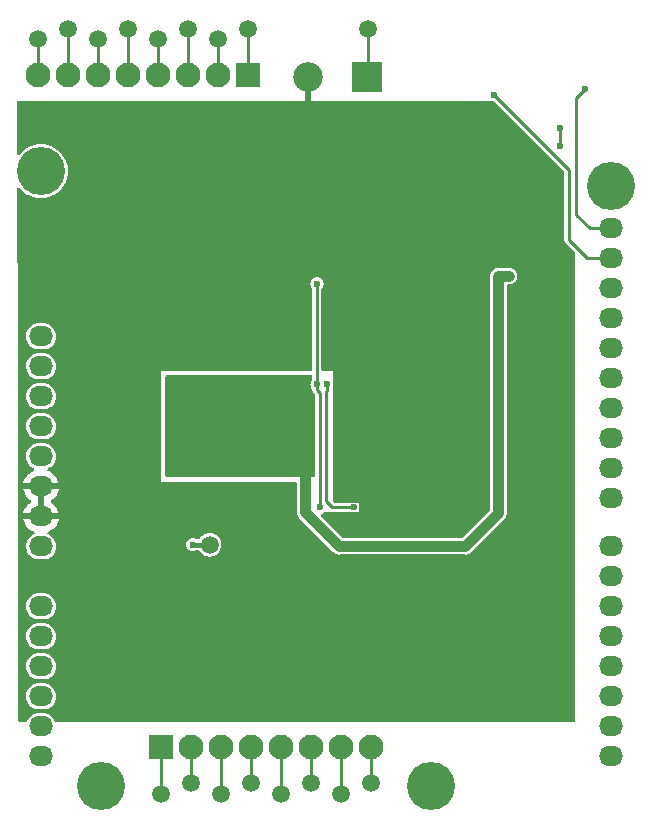
<source format=gbl>
G04 #@! TF.GenerationSoftware,KiCad,Pcbnew,6.0.2+dfsg-1*
G04 #@! TF.CreationDate,2024-05-29T15:52:29-06:00*
G04 #@! TF.ProjectId,ard-ltc2499,6172642d-6c74-4633-9234-39392e6b6963,rev?*
G04 #@! TF.SameCoordinates,Original*
G04 #@! TF.FileFunction,Copper,L2,Bot*
G04 #@! TF.FilePolarity,Positive*
%FSLAX46Y46*%
G04 Gerber Fmt 4.6, Leading zero omitted, Abs format (unit mm)*
G04 Created by KiCad (PCBNEW 6.0.2+dfsg-1) date 2024-05-29 15:52:29*
%MOMM*%
%LPD*%
G01*
G04 APERTURE LIST*
G04 #@! TA.AperFunction,ComponentPad*
%ADD10O,2.032000X1.727200*%
G04 #@! TD*
G04 #@! TA.AperFunction,ComponentPad*
%ADD11C,4.064000*%
G04 #@! TD*
G04 #@! TA.AperFunction,ComponentPad*
%ADD12R,2.500000X2.500000*%
G04 #@! TD*
G04 #@! TA.AperFunction,ComponentPad*
%ADD13C,2.500000*%
G04 #@! TD*
G04 #@! TA.AperFunction,ComponentPad*
%ADD14R,2.100000X2.100000*%
G04 #@! TD*
G04 #@! TA.AperFunction,ComponentPad*
%ADD15C,2.100000*%
G04 #@! TD*
G04 #@! TA.AperFunction,SMDPad,CuDef*
%ADD16C,1.500000*%
G04 #@! TD*
G04 #@! TA.AperFunction,ViaPad*
%ADD17C,0.600000*%
G04 #@! TD*
G04 #@! TA.AperFunction,Conductor*
%ADD18C,0.508000*%
G04 #@! TD*
G04 #@! TA.AperFunction,Conductor*
%ADD19C,0.250000*%
G04 #@! TD*
G04 #@! TA.AperFunction,Conductor*
%ADD20C,0.889000*%
G04 #@! TD*
G04 #@! TA.AperFunction,Conductor*
%ADD21C,0.254000*%
G04 #@! TD*
G04 #@! TA.AperFunction,Conductor*
%ADD22C,0.381000*%
G04 #@! TD*
G04 APERTURE END LIST*
D10*
X122174000Y-92075000D03*
X122174000Y-94615000D03*
X122174000Y-97155000D03*
X122174000Y-99695000D03*
X122174000Y-102235000D03*
X122174000Y-104775000D03*
X122174000Y-107315000D03*
X122174000Y-109855000D03*
X122174000Y-114935000D03*
X122174000Y-117475000D03*
X122174000Y-120015000D03*
X122174000Y-122555000D03*
X122174000Y-125095000D03*
X122174000Y-127635000D03*
X170434000Y-82931000D03*
X170434000Y-85471000D03*
X170434000Y-88011000D03*
X170434000Y-90551000D03*
X170434000Y-93091000D03*
X170434000Y-95631000D03*
X170434000Y-98171000D03*
X170434000Y-100711000D03*
X170434000Y-103251000D03*
X170434000Y-105791000D03*
X170434000Y-109855000D03*
X170434000Y-112395000D03*
X170434000Y-114935000D03*
X170434000Y-117475000D03*
X170434000Y-120015000D03*
X170434000Y-122555000D03*
X170434000Y-125095000D03*
X170434000Y-127635000D03*
D11*
X122174000Y-78105000D03*
X127254000Y-130175000D03*
X170434000Y-79375000D03*
X155194000Y-130175000D03*
D12*
X149819995Y-70104000D03*
D13*
X144819995Y-70104000D03*
D14*
X139700000Y-69977000D03*
D15*
X137160000Y-69977000D03*
X134620000Y-69977000D03*
X132080000Y-69977000D03*
X129540000Y-69977000D03*
X127000000Y-69977000D03*
X124460000Y-69977000D03*
X121920000Y-69977000D03*
D14*
X132334000Y-126873000D03*
D15*
X134874000Y-126873000D03*
X137414000Y-126873000D03*
X139954000Y-126873000D03*
X142494000Y-126873000D03*
X145034000Y-126873000D03*
X147574000Y-126873000D03*
X150114000Y-126873000D03*
D16*
X139954000Y-129921000D03*
X129540000Y-66040000D03*
X147574000Y-130810000D03*
X137414000Y-130810000D03*
X150114000Y-129921000D03*
X121920000Y-66929000D03*
X124460000Y-66040000D03*
X142494000Y-130810000D03*
X136448800Y-109728000D03*
X137160000Y-66929000D03*
X145034000Y-129921000D03*
X127000000Y-66929000D03*
X132334000Y-130810000D03*
X149860000Y-66040000D03*
X134874000Y-129921000D03*
X139700000Y-66040000D03*
X132080000Y-66929000D03*
X134620000Y-66040000D03*
D17*
X166878000Y-123825000D03*
X150114000Y-103251000D03*
X160020000Y-75311000D03*
X150114000Y-105918000D03*
X150114000Y-104140000D03*
X150114000Y-96901000D03*
X150114000Y-108585000D03*
X150114000Y-96012000D03*
X150114000Y-102362000D03*
X150114000Y-92456000D03*
X166878000Y-104394000D03*
X150114000Y-106807000D03*
X150114000Y-107696000D03*
X162179000Y-76962000D03*
X150114000Y-100203000D03*
X150114000Y-94234000D03*
X150114000Y-93345000D03*
X150114000Y-99314000D03*
X146431000Y-96139000D03*
X148717000Y-106553000D03*
X150114000Y-105029000D03*
X150114000Y-95123000D03*
X133477000Y-120904000D03*
X143764000Y-96139000D03*
X133985000Y-102743000D03*
X143764000Y-103251000D03*
X166116000Y-74422000D03*
X143764000Y-98806000D03*
X133477000Y-96901000D03*
X133477000Y-98679000D03*
X143764000Y-97028000D03*
X143764000Y-102362000D03*
X144526000Y-97917000D03*
X144526000Y-103251000D03*
X144526000Y-96139000D03*
X144526000Y-99695000D03*
X144526000Y-97028000D03*
X134747000Y-103505000D03*
X133223000Y-103505000D03*
X143764000Y-97917000D03*
X144526000Y-102362000D03*
X144526000Y-98806000D03*
X134747000Y-102743000D03*
X133477000Y-97790000D03*
X166116000Y-75946000D03*
X133985000Y-103505000D03*
X133223000Y-102743000D03*
X160909000Y-86995000D03*
X161798000Y-86995000D03*
X143764000Y-99695000D03*
X145796000Y-106553000D03*
X145542000Y-96139000D03*
X145542000Y-87630000D03*
X135026400Y-109728000D03*
X168275000Y-71120000D03*
X160528000Y-71628000D03*
D18*
X144819995Y-70104000D02*
X144819995Y-73747005D01*
D19*
X146431000Y-96647000D02*
X146304000Y-96774000D01*
X146304000Y-106045000D02*
X146812000Y-106553000D01*
X146812000Y-106553000D02*
X148717000Y-106553000D01*
X146431000Y-96139000D02*
X146431000Y-96647000D01*
X146304000Y-96774000D02*
X146304000Y-106045000D01*
D20*
X158115000Y-109855000D02*
X160909000Y-107061000D01*
X160909000Y-107061000D02*
X160909000Y-86995000D01*
X144526000Y-103251000D02*
X144526000Y-106934000D01*
D21*
X166116000Y-75946000D02*
X166116000Y-74422000D01*
D20*
X160909000Y-86995000D02*
X161798000Y-86995000D01*
X144526000Y-106934000D02*
X147447000Y-109855000D01*
X147447000Y-109855000D02*
X158115000Y-109855000D01*
D19*
X145542000Y-96139000D02*
X145542000Y-96647000D01*
D21*
X149860000Y-70064000D02*
X149820000Y-70104000D01*
X149860000Y-66040000D02*
X149860000Y-70064000D01*
D19*
X145542000Y-96647000D02*
X145796000Y-96901000D01*
X145542000Y-96139000D02*
X145542000Y-87630000D01*
X145796000Y-96901000D02*
X145796000Y-106553000D01*
D22*
X135026400Y-109728000D02*
X136448800Y-109728000D01*
D21*
X139700000Y-66040000D02*
X139700000Y-69977000D01*
X137160000Y-66929000D02*
X137160000Y-69977000D01*
X134620000Y-66040000D02*
X134620000Y-69977000D01*
X132080000Y-69977000D02*
X132080000Y-66929000D01*
X129540000Y-66040000D02*
X129540000Y-69977000D01*
X127000000Y-66929000D02*
X127000000Y-69977000D01*
X124460000Y-66040000D02*
X124460000Y-69977000D01*
X121920000Y-66929000D02*
X121920000Y-69977000D01*
X132334000Y-130810000D02*
X132334000Y-126873000D01*
X134874000Y-129921000D02*
X134874000Y-126873000D01*
X137414000Y-130810000D02*
X137414000Y-126873000D01*
X139954000Y-129921000D02*
X139954000Y-126873000D01*
X142494000Y-130810000D02*
X142494000Y-126873000D01*
X145034000Y-129921000D02*
X145034000Y-126873000D01*
X147574000Y-130810000D02*
X147574000Y-126873000D01*
X150114000Y-129921000D02*
X150114000Y-126873000D01*
D19*
X168656000Y-82931000D02*
X170434000Y-82931000D01*
X168275000Y-71120000D02*
X167513000Y-71882000D01*
X167513000Y-81788000D02*
X168656000Y-82931000D01*
X167513000Y-71882000D02*
X167513000Y-81788000D01*
X166878000Y-83947000D02*
X168402000Y-85471000D01*
X160528000Y-71628000D02*
X166878000Y-77978000D01*
X168402000Y-85471000D02*
X170434000Y-85471000D01*
X166878000Y-77978000D02*
X166878000Y-83947000D01*
G04 #@! TA.AperFunction,Conductor*
G36*
X145104621Y-95397002D02*
G01*
X145151114Y-95450658D01*
X145162500Y-95503000D01*
X145162500Y-95679936D01*
X145142498Y-95748057D01*
X145136463Y-95756640D01*
X145057645Y-95859358D01*
X145001772Y-95994246D01*
X144982715Y-96139000D01*
X145001772Y-96283754D01*
X145057645Y-96418642D01*
X145062672Y-96425193D01*
X145135625Y-96520268D01*
X145161225Y-96586489D01*
X145159821Y-96608267D01*
X145160363Y-96608293D01*
X145159872Y-96618694D01*
X145157680Y-96628876D01*
X145158904Y-96639217D01*
X145161627Y-96662223D01*
X145161977Y-96668154D01*
X145162072Y-96668146D01*
X145162500Y-96673324D01*
X145162500Y-96678524D01*
X145163354Y-96683653D01*
X145163354Y-96683656D01*
X145165669Y-96697565D01*
X145166506Y-96703443D01*
X145169488Y-96728634D01*
X145172530Y-96754341D01*
X145176493Y-96762593D01*
X145177996Y-96771626D01*
X145182943Y-96780795D01*
X145182944Y-96780797D01*
X145202334Y-96816732D01*
X145205031Y-96822025D01*
X145223785Y-96861082D01*
X145223788Y-96861086D01*
X145227219Y-96868232D01*
X145230814Y-96872508D01*
X145232737Y-96874431D01*
X145234509Y-96876363D01*
X145234552Y-96876442D01*
X145234428Y-96876555D01*
X145234904Y-96877095D01*
X145237990Y-96882814D01*
X145245635Y-96889881D01*
X145277586Y-96919416D01*
X145281152Y-96922846D01*
X145378095Y-97019789D01*
X145412121Y-97082101D01*
X145415000Y-97108884D01*
X145415000Y-103887000D01*
X145394998Y-103955121D01*
X145341342Y-104001614D01*
X145289000Y-104013000D01*
X132841000Y-104013000D01*
X132772879Y-103992998D01*
X132726386Y-103939342D01*
X132715000Y-103887000D01*
X132715000Y-95503000D01*
X132735002Y-95434879D01*
X132788658Y-95388386D01*
X132841000Y-95377000D01*
X145036500Y-95377000D01*
X145104621Y-95397002D01*
G37*
G04 #@! TD.AperFunction*
G04 #@! TA.AperFunction,Conductor*
G36*
X160328594Y-72145590D02*
G01*
X160383246Y-72168228D01*
X160511612Y-72185128D01*
X160576538Y-72213849D01*
X160584260Y-72220954D01*
X166461595Y-78098289D01*
X166495621Y-78160601D01*
X166498500Y-78187384D01*
X166498500Y-83893080D01*
X166495951Y-83917028D01*
X166495872Y-83918693D01*
X166493680Y-83928876D01*
X166494904Y-83939217D01*
X166497627Y-83962223D01*
X166497977Y-83968154D01*
X166498072Y-83968146D01*
X166498500Y-83973324D01*
X166498500Y-83978524D01*
X166499354Y-83983653D01*
X166499354Y-83983656D01*
X166501669Y-83997565D01*
X166502506Y-84003443D01*
X166508530Y-84054341D01*
X166512493Y-84062593D01*
X166513996Y-84071626D01*
X166518943Y-84080795D01*
X166518944Y-84080797D01*
X166538334Y-84116732D01*
X166541031Y-84122025D01*
X166559785Y-84161082D01*
X166559788Y-84161086D01*
X166563219Y-84168232D01*
X166566814Y-84172508D01*
X166568737Y-84174431D01*
X166570509Y-84176363D01*
X166570552Y-84176442D01*
X166570428Y-84176555D01*
X166570904Y-84177095D01*
X166573990Y-84182814D01*
X166581635Y-84189881D01*
X166613573Y-84219404D01*
X166617140Y-84222834D01*
X167349098Y-84954793D01*
X167383123Y-85017105D01*
X167386002Y-85043888D01*
X167386010Y-124587378D01*
X167366008Y-124655499D01*
X167312352Y-124701992D01*
X167260014Y-124713378D01*
X123462530Y-124713958D01*
X123394410Y-124693957D01*
X123347828Y-124640109D01*
X123346688Y-124637601D01*
X123300086Y-124535106D01*
X123176646Y-124361087D01*
X123022527Y-124213550D01*
X122843290Y-124097818D01*
X122736752Y-124054882D01*
X122650971Y-124020311D01*
X122650968Y-124020310D01*
X122645402Y-124018067D01*
X122509400Y-123991508D01*
X122440450Y-123978043D01*
X122440447Y-123978043D01*
X122436004Y-123977175D01*
X122430382Y-123976900D01*
X121968293Y-123976900D01*
X121809211Y-123992078D01*
X121604485Y-124052138D01*
X121599158Y-124054882D01*
X121599157Y-124054882D01*
X121420141Y-124147081D01*
X121420138Y-124147083D01*
X121414810Y-124149827D01*
X121410095Y-124153531D01*
X121251746Y-124277914D01*
X121251741Y-124277918D01*
X121247029Y-124281620D01*
X121107197Y-124442763D01*
X121000359Y-124627439D01*
X120998391Y-124633107D01*
X120995894Y-124638560D01*
X120993799Y-124637601D01*
X120958459Y-124687118D01*
X120892520Y-124713434D01*
X120880680Y-124713992D01*
X120768458Y-124713993D01*
X120394710Y-124713998D01*
X120326589Y-124693997D01*
X120280095Y-124640342D01*
X120268708Y-124588302D01*
X120268346Y-124438232D01*
X120263664Y-122500133D01*
X120899755Y-122500133D01*
X120909619Y-122713258D01*
X120911023Y-122719083D01*
X120934158Y-122815076D01*
X120959607Y-122920674D01*
X121047914Y-123114894D01*
X121171354Y-123288913D01*
X121325473Y-123436450D01*
X121504710Y-123552182D01*
X121510276Y-123554425D01*
X121697029Y-123629689D01*
X121697032Y-123629690D01*
X121702598Y-123631933D01*
X121805716Y-123652070D01*
X121907550Y-123671957D01*
X121907553Y-123671957D01*
X121911996Y-123672825D01*
X121917618Y-123673100D01*
X122379707Y-123673100D01*
X122538789Y-123657922D01*
X122743515Y-123597862D01*
X122748843Y-123595118D01*
X122927859Y-123502919D01*
X122927862Y-123502917D01*
X122933190Y-123500173D01*
X123010175Y-123439701D01*
X123096254Y-123372086D01*
X123096259Y-123372082D01*
X123100971Y-123368380D01*
X123240803Y-123207237D01*
X123347641Y-123022561D01*
X123417630Y-122821013D01*
X123418491Y-122815076D01*
X123447384Y-122615807D01*
X123447384Y-122615804D01*
X123448245Y-122609867D01*
X123438381Y-122396742D01*
X123413843Y-122294924D01*
X123389799Y-122195159D01*
X123389798Y-122195157D01*
X123388393Y-122189326D01*
X123300086Y-121995106D01*
X123176646Y-121821087D01*
X123022527Y-121673550D01*
X122843290Y-121557818D01*
X122736752Y-121514882D01*
X122650971Y-121480311D01*
X122650968Y-121480310D01*
X122645402Y-121478067D01*
X122509400Y-121451508D01*
X122440450Y-121438043D01*
X122440447Y-121438043D01*
X122436004Y-121437175D01*
X122430382Y-121436900D01*
X121968293Y-121436900D01*
X121809211Y-121452078D01*
X121604485Y-121512138D01*
X121599158Y-121514882D01*
X121599157Y-121514882D01*
X121420141Y-121607081D01*
X121420138Y-121607083D01*
X121414810Y-121609827D01*
X121410095Y-121613531D01*
X121251746Y-121737914D01*
X121251741Y-121737918D01*
X121247029Y-121741620D01*
X121107197Y-121902763D01*
X121000359Y-122087439D01*
X120930370Y-122288987D01*
X120899755Y-122500133D01*
X120263664Y-122500133D01*
X120257529Y-119960133D01*
X120899755Y-119960133D01*
X120909619Y-120173258D01*
X120911023Y-120179083D01*
X120934158Y-120275076D01*
X120959607Y-120380674D01*
X121047914Y-120574894D01*
X121171354Y-120748913D01*
X121325473Y-120896450D01*
X121504710Y-121012182D01*
X121510276Y-121014425D01*
X121697029Y-121089689D01*
X121697032Y-121089690D01*
X121702598Y-121091933D01*
X121805716Y-121112070D01*
X121907550Y-121131957D01*
X121907553Y-121131957D01*
X121911996Y-121132825D01*
X121917618Y-121133100D01*
X122379707Y-121133100D01*
X122538789Y-121117922D01*
X122743515Y-121057862D01*
X122748843Y-121055118D01*
X122927859Y-120962919D01*
X122927862Y-120962917D01*
X122933190Y-120960173D01*
X123010175Y-120899701D01*
X123096254Y-120832086D01*
X123096259Y-120832082D01*
X123100971Y-120828380D01*
X123240803Y-120667237D01*
X123347641Y-120482561D01*
X123417630Y-120281013D01*
X123418491Y-120275076D01*
X123447384Y-120075807D01*
X123447384Y-120075804D01*
X123448245Y-120069867D01*
X123438381Y-119856742D01*
X123413843Y-119754924D01*
X123389799Y-119655159D01*
X123389798Y-119655157D01*
X123388393Y-119649326D01*
X123300086Y-119455106D01*
X123176646Y-119281087D01*
X123022527Y-119133550D01*
X122843290Y-119017818D01*
X122736752Y-118974882D01*
X122650971Y-118940311D01*
X122650968Y-118940310D01*
X122645402Y-118938067D01*
X122509400Y-118911508D01*
X122440450Y-118898043D01*
X122440447Y-118898043D01*
X122436004Y-118897175D01*
X122430382Y-118896900D01*
X121968293Y-118896900D01*
X121809211Y-118912078D01*
X121604485Y-118972138D01*
X121599158Y-118974882D01*
X121599157Y-118974882D01*
X121420141Y-119067081D01*
X121420138Y-119067083D01*
X121414810Y-119069827D01*
X121410095Y-119073531D01*
X121251746Y-119197914D01*
X121251741Y-119197918D01*
X121247029Y-119201620D01*
X121107197Y-119362763D01*
X121000359Y-119547439D01*
X120930370Y-119748987D01*
X120899755Y-119960133D01*
X120257529Y-119960133D01*
X120251393Y-117420133D01*
X120899755Y-117420133D01*
X120909619Y-117633258D01*
X120911023Y-117639083D01*
X120934158Y-117735076D01*
X120959607Y-117840674D01*
X121047914Y-118034894D01*
X121171354Y-118208913D01*
X121325473Y-118356450D01*
X121504710Y-118472182D01*
X121510276Y-118474425D01*
X121697029Y-118549689D01*
X121697032Y-118549690D01*
X121702598Y-118551933D01*
X121805716Y-118572070D01*
X121907550Y-118591957D01*
X121907553Y-118591957D01*
X121911996Y-118592825D01*
X121917618Y-118593100D01*
X122379707Y-118593100D01*
X122538789Y-118577922D01*
X122743515Y-118517862D01*
X122748843Y-118515118D01*
X122927859Y-118422919D01*
X122927862Y-118422917D01*
X122933190Y-118420173D01*
X123010175Y-118359701D01*
X123096254Y-118292086D01*
X123096259Y-118292082D01*
X123100971Y-118288380D01*
X123240803Y-118127237D01*
X123347641Y-117942561D01*
X123417630Y-117741013D01*
X123418491Y-117735076D01*
X123447384Y-117535807D01*
X123447384Y-117535804D01*
X123448245Y-117529867D01*
X123438381Y-117316742D01*
X123413843Y-117214924D01*
X123389799Y-117115159D01*
X123389798Y-117115157D01*
X123388393Y-117109326D01*
X123300086Y-116915106D01*
X123176646Y-116741087D01*
X123022527Y-116593550D01*
X122843290Y-116477818D01*
X122736752Y-116434882D01*
X122650971Y-116400311D01*
X122650968Y-116400310D01*
X122645402Y-116398067D01*
X122509400Y-116371508D01*
X122440450Y-116358043D01*
X122440447Y-116358043D01*
X122436004Y-116357175D01*
X122430382Y-116356900D01*
X121968293Y-116356900D01*
X121809211Y-116372078D01*
X121604485Y-116432138D01*
X121599158Y-116434882D01*
X121599157Y-116434882D01*
X121420141Y-116527081D01*
X121420138Y-116527083D01*
X121414810Y-116529827D01*
X121410095Y-116533531D01*
X121251746Y-116657914D01*
X121251741Y-116657918D01*
X121247029Y-116661620D01*
X121107197Y-116822763D01*
X121000359Y-117007439D01*
X120930370Y-117208987D01*
X120899755Y-117420133D01*
X120251393Y-117420133D01*
X120245257Y-114880133D01*
X120899755Y-114880133D01*
X120909619Y-115093258D01*
X120911023Y-115099083D01*
X120934158Y-115195076D01*
X120959607Y-115300674D01*
X121047914Y-115494894D01*
X121171354Y-115668913D01*
X121325473Y-115816450D01*
X121504710Y-115932182D01*
X121510276Y-115934425D01*
X121697029Y-116009689D01*
X121697032Y-116009690D01*
X121702598Y-116011933D01*
X121805716Y-116032070D01*
X121907550Y-116051957D01*
X121907553Y-116051957D01*
X121911996Y-116052825D01*
X121917618Y-116053100D01*
X122379707Y-116053100D01*
X122538789Y-116037922D01*
X122743515Y-115977862D01*
X122748843Y-115975118D01*
X122927859Y-115882919D01*
X122927862Y-115882917D01*
X122933190Y-115880173D01*
X123010175Y-115819701D01*
X123096254Y-115752086D01*
X123096259Y-115752082D01*
X123100971Y-115748380D01*
X123240803Y-115587237D01*
X123347641Y-115402561D01*
X123417630Y-115201013D01*
X123418491Y-115195076D01*
X123447384Y-114995807D01*
X123447384Y-114995804D01*
X123448245Y-114989867D01*
X123438381Y-114776742D01*
X123413843Y-114674924D01*
X123389799Y-114575159D01*
X123389798Y-114575157D01*
X123388393Y-114569326D01*
X123300086Y-114375106D01*
X123176646Y-114201087D01*
X123022527Y-114053550D01*
X122843290Y-113937818D01*
X122736752Y-113894882D01*
X122650971Y-113860311D01*
X122650968Y-113860310D01*
X122645402Y-113858067D01*
X122509400Y-113831508D01*
X122440450Y-113818043D01*
X122440447Y-113818043D01*
X122436004Y-113817175D01*
X122430382Y-113816900D01*
X121968293Y-113816900D01*
X121809211Y-113832078D01*
X121604485Y-113892138D01*
X121599158Y-113894882D01*
X121599157Y-113894882D01*
X121420141Y-113987081D01*
X121420138Y-113987083D01*
X121414810Y-113989827D01*
X121410095Y-113993531D01*
X121251746Y-114117914D01*
X121251741Y-114117918D01*
X121247029Y-114121620D01*
X121107197Y-114282763D01*
X121000359Y-114467439D01*
X120930370Y-114668987D01*
X120899755Y-114880133D01*
X120245257Y-114880133D01*
X120227631Y-107583580D01*
X120676456Y-107583580D01*
X120702004Y-107705343D01*
X120705064Y-107715539D01*
X120786637Y-107922097D01*
X120791371Y-107931634D01*
X120906586Y-108121503D01*
X120912850Y-108130093D01*
X121058411Y-108297837D01*
X121066041Y-108305257D01*
X121237780Y-108446073D01*
X121246547Y-108452099D01*
X121439556Y-108561966D01*
X121449216Y-108566430D01*
X121549044Y-108602666D01*
X121606252Y-108644711D01*
X121631647Y-108711010D01*
X121617167Y-108780515D01*
X121563744Y-108833121D01*
X121420141Y-108907081D01*
X121420138Y-108907083D01*
X121414810Y-108909827D01*
X121410095Y-108913531D01*
X121251746Y-109037914D01*
X121251741Y-109037918D01*
X121247029Y-109041620D01*
X121107197Y-109202763D01*
X121000359Y-109387439D01*
X120976556Y-109455986D01*
X120932364Y-109583246D01*
X120930370Y-109588987D01*
X120929509Y-109594922D01*
X120929509Y-109594924D01*
X120906128Y-109756183D01*
X120899755Y-109800133D01*
X120909619Y-110013258D01*
X120911023Y-110019083D01*
X120954393Y-110199038D01*
X120959607Y-110220674D01*
X120962089Y-110226132D01*
X120962090Y-110226136D01*
X121003355Y-110316893D01*
X121047914Y-110414894D01*
X121108985Y-110500989D01*
X121149547Y-110558170D01*
X121171354Y-110588913D01*
X121175681Y-110593055D01*
X121310406Y-110722026D01*
X121325473Y-110736450D01*
X121504710Y-110852182D01*
X121510276Y-110854425D01*
X121697029Y-110929689D01*
X121697032Y-110929690D01*
X121702598Y-110931933D01*
X121805716Y-110952070D01*
X121907550Y-110971957D01*
X121907553Y-110971957D01*
X121911996Y-110972825D01*
X121917618Y-110973100D01*
X122379707Y-110973100D01*
X122538789Y-110957922D01*
X122743515Y-110897862D01*
X122748843Y-110895118D01*
X122927859Y-110802919D01*
X122927862Y-110802917D01*
X122933190Y-110800173D01*
X123010175Y-110739701D01*
X123096254Y-110672086D01*
X123096259Y-110672082D01*
X123100971Y-110668380D01*
X123240803Y-110507237D01*
X123347641Y-110322561D01*
X123417630Y-110121013D01*
X123418491Y-110115076D01*
X123447384Y-109915807D01*
X123447384Y-109915804D01*
X123448245Y-109909867D01*
X123439828Y-109728000D01*
X134467115Y-109728000D01*
X134486172Y-109872754D01*
X134489331Y-109880380D01*
X134518841Y-109951622D01*
X134542045Y-110007642D01*
X134630926Y-110123474D01*
X134637476Y-110128500D01*
X134637479Y-110128503D01*
X134729402Y-110199038D01*
X134746757Y-110212355D01*
X134881646Y-110268228D01*
X135026400Y-110287285D01*
X135034588Y-110286207D01*
X135162966Y-110269306D01*
X135171154Y-110268228D01*
X135306043Y-110212355D01*
X135323398Y-110199038D01*
X135389618Y-110173437D01*
X135400102Y-110173000D01*
X135471148Y-110173000D01*
X135539269Y-110193002D01*
X135583215Y-110241407D01*
X135600366Y-110274779D01*
X135604189Y-110279603D01*
X135604192Y-110279607D01*
X135681791Y-110377512D01*
X135722727Y-110429160D01*
X135727420Y-110433154D01*
X135727421Y-110433155D01*
X135859113Y-110545233D01*
X135872745Y-110556835D01*
X135878123Y-110559841D01*
X135878125Y-110559842D01*
X135937553Y-110593055D01*
X136044704Y-110652940D01*
X136232055Y-110713814D01*
X136427662Y-110737139D01*
X136433797Y-110736667D01*
X136433799Y-110736667D01*
X136493601Y-110732065D01*
X136624074Y-110722026D01*
X136813809Y-110669050D01*
X136819313Y-110666270D01*
X136984141Y-110583010D01*
X136984143Y-110583009D01*
X136989642Y-110580231D01*
X137144874Y-110458950D01*
X137148900Y-110454286D01*
X137148903Y-110454283D01*
X137269564Y-110314496D01*
X137269565Y-110314494D01*
X137273593Y-110309828D01*
X137370896Y-110138544D01*
X137433077Y-109951622D01*
X137457766Y-109756183D01*
X137458160Y-109728000D01*
X137438937Y-109531948D01*
X137382000Y-109343363D01*
X137349904Y-109283000D01*
X137292411Y-109174871D01*
X137292409Y-109174868D01*
X137289517Y-109169429D01*
X137165012Y-109016770D01*
X137035740Y-108909827D01*
X137017977Y-108895132D01*
X137017974Y-108895130D01*
X137013227Y-108891203D01*
X136839943Y-108797508D01*
X136651760Y-108739256D01*
X136645635Y-108738612D01*
X136645634Y-108738612D01*
X136461976Y-108719309D01*
X136461974Y-108719309D01*
X136455847Y-108718665D01*
X136373818Y-108726130D01*
X136265804Y-108735960D01*
X136265801Y-108735961D01*
X136259665Y-108736519D01*
X136253759Y-108738257D01*
X136253755Y-108738258D01*
X136118496Y-108778067D01*
X136070687Y-108792138D01*
X136065227Y-108794992D01*
X136065228Y-108794992D01*
X135901572Y-108880549D01*
X135901568Y-108880552D01*
X135896112Y-108883404D01*
X135891312Y-108887264D01*
X135891311Y-108887264D01*
X135778837Y-108977695D01*
X135742588Y-109006840D01*
X135615963Y-109157745D01*
X135612996Y-109163143D01*
X135612992Y-109163148D01*
X135583002Y-109217701D01*
X135532656Y-109267759D01*
X135472587Y-109283000D01*
X135400102Y-109283000D01*
X135331981Y-109262998D01*
X135323398Y-109256962D01*
X135322331Y-109256144D01*
X135306043Y-109243645D01*
X135171154Y-109187772D01*
X135026400Y-109168715D01*
X135018212Y-109169793D01*
X134889832Y-109186694D01*
X134889830Y-109186695D01*
X134881646Y-109187772D01*
X134856394Y-109198232D01*
X134754386Y-109240485D01*
X134754384Y-109240486D01*
X134746758Y-109243645D01*
X134630926Y-109332526D01*
X134542045Y-109448358D01*
X134486172Y-109583246D01*
X134485095Y-109591430D01*
X134485094Y-109591432D01*
X134471997Y-109690915D01*
X134467115Y-109728000D01*
X123439828Y-109728000D01*
X123438381Y-109696742D01*
X123413843Y-109594924D01*
X123389799Y-109495159D01*
X123389798Y-109495157D01*
X123388393Y-109489326D01*
X123366788Y-109441807D01*
X123302566Y-109300561D01*
X123300086Y-109295106D01*
X123176646Y-109121087D01*
X123022527Y-108973550D01*
X122843290Y-108857818D01*
X122799417Y-108840137D01*
X122743713Y-108796124D01*
X122720646Y-108728979D01*
X122737542Y-108660022D01*
X122794766Y-108608390D01*
X122991008Y-108519989D01*
X123000294Y-108514820D01*
X123184530Y-108390785D01*
X123192816Y-108384124D01*
X123353520Y-108230820D01*
X123360569Y-108222852D01*
X123493144Y-108044664D01*
X123498743Y-108035634D01*
X123599402Y-107837653D01*
X123603405Y-107827792D01*
X123669263Y-107615699D01*
X123671548Y-107605304D01*
X123673980Y-107586959D01*
X123671783Y-107572792D01*
X123658599Y-107569000D01*
X120691512Y-107569000D01*
X120677981Y-107572973D01*
X120676456Y-107583580D01*
X120227631Y-107583580D01*
X120226325Y-107043041D01*
X120674020Y-107043041D01*
X120676217Y-107057208D01*
X120689401Y-107061000D01*
X121901885Y-107061000D01*
X121917124Y-107056525D01*
X121918329Y-107055135D01*
X121920000Y-107047452D01*
X121920000Y-107042885D01*
X122428000Y-107042885D01*
X122432475Y-107058124D01*
X122433865Y-107059329D01*
X122441548Y-107061000D01*
X123656488Y-107061000D01*
X123670019Y-107057027D01*
X123671544Y-107046420D01*
X123645996Y-106924657D01*
X123642936Y-106914461D01*
X123561363Y-106707903D01*
X123556629Y-106698366D01*
X123441414Y-106508497D01*
X123435150Y-106499907D01*
X123289589Y-106332163D01*
X123281959Y-106324743D01*
X123110220Y-106183927D01*
X123101458Y-106177905D01*
X123059798Y-106154190D01*
X123010492Y-106103107D01*
X122996631Y-106033476D01*
X123022615Y-105967406D01*
X123051764Y-105940168D01*
X123184531Y-105850785D01*
X123192816Y-105844124D01*
X123353520Y-105690820D01*
X123360569Y-105682852D01*
X123493144Y-105504664D01*
X123498743Y-105495634D01*
X123599402Y-105297653D01*
X123603405Y-105287792D01*
X123669263Y-105075699D01*
X123671548Y-105065304D01*
X123673980Y-105046959D01*
X123671783Y-105032792D01*
X123658599Y-105029000D01*
X122446115Y-105029000D01*
X122430876Y-105033475D01*
X122429671Y-105034865D01*
X122428000Y-105042548D01*
X122428000Y-107042885D01*
X121920000Y-107042885D01*
X121920000Y-105047115D01*
X121915525Y-105031876D01*
X121914135Y-105030671D01*
X121906452Y-105029000D01*
X120691512Y-105029000D01*
X120677981Y-105032973D01*
X120676456Y-105043580D01*
X120702004Y-105165343D01*
X120705064Y-105175539D01*
X120786637Y-105382097D01*
X120791371Y-105391634D01*
X120906586Y-105581503D01*
X120912850Y-105590093D01*
X121058411Y-105757837D01*
X121066041Y-105765257D01*
X121237780Y-105906073D01*
X121246542Y-105912095D01*
X121288202Y-105935810D01*
X121337508Y-105986893D01*
X121351369Y-106056524D01*
X121325385Y-106122594D01*
X121296236Y-106149832D01*
X121163469Y-106239215D01*
X121155184Y-106245876D01*
X120994480Y-106399180D01*
X120987431Y-106407148D01*
X120854856Y-106585336D01*
X120849257Y-106594366D01*
X120748598Y-106792347D01*
X120744595Y-106802208D01*
X120678737Y-107014301D01*
X120676452Y-107024696D01*
X120674020Y-107043041D01*
X120226325Y-107043041D01*
X120220189Y-104503041D01*
X120674020Y-104503041D01*
X120676217Y-104517208D01*
X120689401Y-104521000D01*
X123656488Y-104521000D01*
X123670019Y-104517027D01*
X123671544Y-104506420D01*
X123647956Y-104394000D01*
X132334000Y-104394000D01*
X143701000Y-104394000D01*
X143769121Y-104414002D01*
X143815614Y-104467658D01*
X143827000Y-104520000D01*
X143827000Y-106905401D01*
X143826708Y-106913971D01*
X143824356Y-106948474D01*
X143822830Y-106970852D01*
X143824135Y-106978328D01*
X143824135Y-106978332D01*
X143833663Y-107032924D01*
X143834626Y-107039449D01*
X143840752Y-107090066D01*
X143842191Y-107101960D01*
X143844875Y-107109062D01*
X143845719Y-107112500D01*
X143849583Y-107126623D01*
X143850613Y-107130034D01*
X143851919Y-107137517D01*
X143854972Y-107144472D01*
X143877239Y-107195198D01*
X143879730Y-107201304D01*
X143896879Y-107246685D01*
X143901994Y-107260222D01*
X143906293Y-107266477D01*
X143907935Y-107269618D01*
X143915033Y-107282372D01*
X143916870Y-107285478D01*
X143919923Y-107292433D01*
X143924548Y-107298460D01*
X143924550Y-107298464D01*
X143958265Y-107342402D01*
X143962129Y-107347720D01*
X143997821Y-107399652D01*
X144003491Y-107404704D01*
X144003492Y-107404705D01*
X144043688Y-107440518D01*
X144048964Y-107445499D01*
X146932503Y-110329038D01*
X146938356Y-110335303D01*
X146975842Y-110378274D01*
X147020185Y-110409439D01*
X147027378Y-110414494D01*
X147032674Y-110418427D01*
X147076263Y-110452606D01*
X147076266Y-110452608D01*
X147082240Y-110457292D01*
X147089164Y-110460418D01*
X147092199Y-110462256D01*
X147104898Y-110469500D01*
X147108046Y-110471188D01*
X147114261Y-110475556D01*
X147172950Y-110498438D01*
X147178995Y-110500978D01*
X147236435Y-110526913D01*
X147243908Y-110528298D01*
X147247326Y-110529369D01*
X147261315Y-110533354D01*
X147264807Y-110534251D01*
X147271889Y-110537012D01*
X147279422Y-110538004D01*
X147279423Y-110538004D01*
X147334330Y-110545233D01*
X147340843Y-110546265D01*
X147395318Y-110556361D01*
X147395320Y-110556361D01*
X147402787Y-110557745D01*
X147410367Y-110557308D01*
X147410368Y-110557308D01*
X147464112Y-110554209D01*
X147471365Y-110554000D01*
X158086401Y-110554000D01*
X158094971Y-110554292D01*
X158144277Y-110557654D01*
X158144281Y-110557654D01*
X158151852Y-110558170D01*
X158159328Y-110556865D01*
X158159332Y-110556865D01*
X158213924Y-110547337D01*
X158220449Y-110546374D01*
X158275418Y-110539722D01*
X158275420Y-110539721D01*
X158282960Y-110538809D01*
X158290062Y-110536125D01*
X158293500Y-110535281D01*
X158307623Y-110531417D01*
X158311034Y-110530387D01*
X158318517Y-110529081D01*
X158376197Y-110503761D01*
X158382304Y-110501270D01*
X158434117Y-110481691D01*
X158434118Y-110481690D01*
X158441222Y-110479006D01*
X158447477Y-110474707D01*
X158450618Y-110473065D01*
X158463372Y-110465967D01*
X158466478Y-110464130D01*
X158473433Y-110461077D01*
X158479460Y-110456452D01*
X158479464Y-110456450D01*
X158523402Y-110422735D01*
X158528720Y-110418871D01*
X158580652Y-110383179D01*
X158621535Y-110337293D01*
X158626498Y-110332037D01*
X161383046Y-107575490D01*
X161389312Y-107569636D01*
X161426547Y-107537154D01*
X161432274Y-107532158D01*
X161468498Y-107480617D01*
X161472423Y-107475332D01*
X161506607Y-107431735D01*
X161511292Y-107425760D01*
X161514416Y-107418842D01*
X161516245Y-107415821D01*
X161523500Y-107403102D01*
X161525188Y-107399954D01*
X161529556Y-107393739D01*
X161552438Y-107335050D01*
X161554978Y-107329005D01*
X161580913Y-107271565D01*
X161582298Y-107264092D01*
X161583369Y-107260674D01*
X161587354Y-107246685D01*
X161588251Y-107243193D01*
X161591012Y-107236111D01*
X161596003Y-107198205D01*
X161599233Y-107173670D01*
X161600265Y-107167157D01*
X161610361Y-107112682D01*
X161610361Y-107112680D01*
X161611745Y-107105213D01*
X161608209Y-107043887D01*
X161608000Y-107036635D01*
X161608000Y-87820000D01*
X161628002Y-87751879D01*
X161681658Y-87705386D01*
X161734000Y-87694000D01*
X161840426Y-87694000D01*
X161965960Y-87678809D01*
X162124222Y-87619006D01*
X162263652Y-87523179D01*
X162304244Y-87477620D01*
X162371146Y-87402531D01*
X162371148Y-87402528D01*
X162376199Y-87396859D01*
X162455366Y-87247339D01*
X162480910Y-87145645D01*
X162494731Y-87090622D01*
X162494731Y-87090618D01*
X162496582Y-87083251D01*
X162497468Y-86914069D01*
X162495696Y-86906688D01*
X162459744Y-86756938D01*
X162459743Y-86756935D01*
X162457972Y-86749559D01*
X162380376Y-86599218D01*
X162370129Y-86587471D01*
X162274154Y-86477453D01*
X162269158Y-86471726D01*
X162152172Y-86389507D01*
X162136959Y-86378815D01*
X162136956Y-86378813D01*
X162130739Y-86374444D01*
X161973111Y-86312988D01*
X161844074Y-86296000D01*
X160917712Y-86296000D01*
X160917052Y-86295998D01*
X160828069Y-86295532D01*
X160820681Y-86297306D01*
X160820679Y-86297306D01*
X160792078Y-86304173D01*
X160777799Y-86306743D01*
X160767324Y-86308011D01*
X160741040Y-86311191D01*
X160733935Y-86313876D01*
X160733934Y-86313876D01*
X160710460Y-86322746D01*
X160695336Y-86327399D01*
X160663559Y-86335028D01*
X160656805Y-86338514D01*
X160630662Y-86352008D01*
X160617421Y-86357904D01*
X160582778Y-86370994D01*
X160576520Y-86375295D01*
X160555841Y-86389507D01*
X160542266Y-86397631D01*
X160527996Y-86404996D01*
X160513218Y-86412624D01*
X160485311Y-86436969D01*
X160473857Y-86445853D01*
X160443348Y-86466821D01*
X160438296Y-86472491D01*
X160438294Y-86472493D01*
X160421606Y-86491223D01*
X160410361Y-86502351D01*
X160391454Y-86518845D01*
X160385726Y-86523842D01*
X160381357Y-86530059D01*
X160364435Y-86554136D01*
X160355426Y-86565502D01*
X160330801Y-86593141D01*
X160327249Y-86599849D01*
X160327248Y-86599851D01*
X160315505Y-86622030D01*
X160307238Y-86635520D01*
X160288444Y-86662261D01*
X160285683Y-86669343D01*
X160274997Y-86696750D01*
X160268958Y-86709940D01*
X160255188Y-86735946D01*
X160255184Y-86735956D01*
X160251634Y-86742661D01*
X160249785Y-86750023D01*
X160249784Y-86750025D01*
X160243669Y-86774370D01*
X160238861Y-86789437D01*
X160226988Y-86819889D01*
X160225997Y-86827416D01*
X160222156Y-86856590D01*
X160219438Y-86870836D01*
X160212664Y-86897808D01*
X160210418Y-86906749D01*
X160210378Y-86914349D01*
X160210378Y-86914350D01*
X160210210Y-86946343D01*
X160210163Y-86947690D01*
X160210000Y-86948926D01*
X160210000Y-86986288D01*
X160209998Y-86986948D01*
X160209532Y-87075931D01*
X160209892Y-87077432D01*
X160210000Y-87079298D01*
X160210000Y-106719275D01*
X160189998Y-106787396D01*
X160173095Y-106808370D01*
X157862370Y-109119095D01*
X157800058Y-109153121D01*
X157773275Y-109156000D01*
X147788725Y-109156000D01*
X147720604Y-109135998D01*
X147699630Y-109119095D01*
X145883622Y-107303087D01*
X145849596Y-107240775D01*
X145854661Y-107169960D01*
X145897208Y-107113124D01*
X145937203Y-107093695D01*
X145940754Y-107093228D01*
X146075643Y-107037355D01*
X146176403Y-106960038D01*
X146242624Y-106934437D01*
X146253108Y-106934000D01*
X149098000Y-106934000D01*
X149098000Y-106172000D01*
X147065000Y-106172000D01*
X146996879Y-106151998D01*
X146950386Y-106098342D01*
X146939000Y-106046000D01*
X146939000Y-94996000D01*
X146047500Y-94996000D01*
X145979379Y-94975998D01*
X145932886Y-94922342D01*
X145921500Y-94870000D01*
X145921500Y-88089064D01*
X145941502Y-88020943D01*
X145947537Y-88012360D01*
X146021328Y-87916193D01*
X146026355Y-87909642D01*
X146082228Y-87774754D01*
X146091361Y-87705386D01*
X146100207Y-87638188D01*
X146101285Y-87630000D01*
X146087222Y-87523179D01*
X146083306Y-87493432D01*
X146083305Y-87493430D01*
X146082228Y-87485246D01*
X146045617Y-87396859D01*
X146029515Y-87357986D01*
X146029514Y-87357984D01*
X146026355Y-87350358D01*
X145937474Y-87234526D01*
X145930924Y-87229500D01*
X145930921Y-87229497D01*
X145828196Y-87150673D01*
X145828194Y-87150672D01*
X145821643Y-87145645D01*
X145686754Y-87089772D01*
X145542000Y-87070715D01*
X145533812Y-87071793D01*
X145405432Y-87088694D01*
X145405430Y-87088695D01*
X145397246Y-87089772D01*
X145349430Y-87109578D01*
X145269986Y-87142485D01*
X145269984Y-87142486D01*
X145262358Y-87145645D01*
X145146526Y-87234526D01*
X145057645Y-87350358D01*
X145054486Y-87357984D01*
X145054485Y-87357986D01*
X145038383Y-87396859D01*
X145001772Y-87485246D01*
X145000695Y-87493430D01*
X145000694Y-87493432D01*
X144996778Y-87523179D01*
X144982715Y-87630000D01*
X144983793Y-87638188D01*
X144992640Y-87705386D01*
X145001772Y-87774754D01*
X145057645Y-87909642D01*
X145062672Y-87916193D01*
X145136463Y-88012360D01*
X145162063Y-88078581D01*
X145162500Y-88089064D01*
X145162500Y-94870000D01*
X145142498Y-94938121D01*
X145088842Y-94984614D01*
X145036500Y-94996000D01*
X132334000Y-94996000D01*
X132334000Y-104394000D01*
X123647956Y-104394000D01*
X123645996Y-104384657D01*
X123642936Y-104374461D01*
X123561363Y-104167903D01*
X123556629Y-104158366D01*
X123441414Y-103968497D01*
X123435150Y-103959907D01*
X123289589Y-103792163D01*
X123281959Y-103784743D01*
X123110220Y-103643927D01*
X123101453Y-103637901D01*
X122908444Y-103528034D01*
X122898784Y-103523570D01*
X122798956Y-103487334D01*
X122741748Y-103445289D01*
X122716353Y-103378990D01*
X122730833Y-103309485D01*
X122784256Y-103256879D01*
X122927859Y-103182919D01*
X122927862Y-103182917D01*
X122933190Y-103180173D01*
X123010175Y-103119701D01*
X123096254Y-103052086D01*
X123096259Y-103052082D01*
X123100971Y-103048380D01*
X123240803Y-102887237D01*
X123347641Y-102702561D01*
X123385595Y-102593263D01*
X123415663Y-102506678D01*
X123415663Y-102506676D01*
X123417630Y-102501013D01*
X123423090Y-102463358D01*
X123447384Y-102295807D01*
X123447384Y-102295804D01*
X123448245Y-102289867D01*
X123438381Y-102076742D01*
X123413843Y-101974924D01*
X123389799Y-101875159D01*
X123389798Y-101875157D01*
X123388393Y-101869326D01*
X123366772Y-101821772D01*
X123302566Y-101680561D01*
X123300086Y-101675106D01*
X123176646Y-101501087D01*
X123022527Y-101353550D01*
X122843290Y-101237818D01*
X122736752Y-101194882D01*
X122650971Y-101160311D01*
X122650968Y-101160310D01*
X122645402Y-101158067D01*
X122509400Y-101131508D01*
X122440450Y-101118043D01*
X122440447Y-101118043D01*
X122436004Y-101117175D01*
X122430382Y-101116900D01*
X121968293Y-101116900D01*
X121809211Y-101132078D01*
X121604485Y-101192138D01*
X121599158Y-101194882D01*
X121599157Y-101194882D01*
X121420141Y-101287081D01*
X121420138Y-101287083D01*
X121414810Y-101289827D01*
X121410095Y-101293531D01*
X121251746Y-101417914D01*
X121251741Y-101417918D01*
X121247029Y-101421620D01*
X121107197Y-101582763D01*
X121000359Y-101767439D01*
X120930370Y-101968987D01*
X120899755Y-102180133D01*
X120909619Y-102393258D01*
X120911023Y-102399083D01*
X120934158Y-102495076D01*
X120959607Y-102600674D01*
X121047914Y-102794894D01*
X121171354Y-102968913D01*
X121325473Y-103116450D01*
X121504710Y-103232182D01*
X121548583Y-103249863D01*
X121604287Y-103293876D01*
X121627354Y-103361021D01*
X121610458Y-103429978D01*
X121553234Y-103481610D01*
X121356992Y-103570011D01*
X121347706Y-103575180D01*
X121163470Y-103699215D01*
X121155184Y-103705876D01*
X120994480Y-103859180D01*
X120987431Y-103867148D01*
X120854856Y-104045336D01*
X120849257Y-104054366D01*
X120748598Y-104252347D01*
X120744595Y-104262208D01*
X120678737Y-104474301D01*
X120676452Y-104484696D01*
X120674020Y-104503041D01*
X120220189Y-104503041D01*
X120208442Y-99640133D01*
X120899755Y-99640133D01*
X120909619Y-99853258D01*
X120911023Y-99859083D01*
X120934158Y-99955076D01*
X120959607Y-100060674D01*
X121047914Y-100254894D01*
X121171354Y-100428913D01*
X121325473Y-100576450D01*
X121504710Y-100692182D01*
X121510276Y-100694425D01*
X121697029Y-100769689D01*
X121697032Y-100769690D01*
X121702598Y-100771933D01*
X121805716Y-100792070D01*
X121907550Y-100811957D01*
X121907553Y-100811957D01*
X121911996Y-100812825D01*
X121917618Y-100813100D01*
X122379707Y-100813100D01*
X122538789Y-100797922D01*
X122743515Y-100737862D01*
X122748843Y-100735118D01*
X122927859Y-100642919D01*
X122927862Y-100642917D01*
X122933190Y-100640173D01*
X123010175Y-100579701D01*
X123096254Y-100512086D01*
X123096259Y-100512082D01*
X123100971Y-100508380D01*
X123240803Y-100347237D01*
X123347641Y-100162561D01*
X123417630Y-99961013D01*
X123418491Y-99955076D01*
X123447384Y-99755807D01*
X123447384Y-99755804D01*
X123448245Y-99749867D01*
X123438381Y-99536742D01*
X123413843Y-99434924D01*
X123389799Y-99335159D01*
X123389798Y-99335157D01*
X123388393Y-99329326D01*
X123335312Y-99212580D01*
X123302566Y-99140561D01*
X123300086Y-99135106D01*
X123176646Y-98961087D01*
X123022527Y-98813550D01*
X122843290Y-98697818D01*
X122736752Y-98654882D01*
X122650971Y-98620311D01*
X122650968Y-98620310D01*
X122645402Y-98618067D01*
X122509400Y-98591508D01*
X122440450Y-98578043D01*
X122440447Y-98578043D01*
X122436004Y-98577175D01*
X122430382Y-98576900D01*
X121968293Y-98576900D01*
X121809211Y-98592078D01*
X121604485Y-98652138D01*
X121599158Y-98654882D01*
X121599157Y-98654882D01*
X121420141Y-98747081D01*
X121420138Y-98747083D01*
X121414810Y-98749827D01*
X121410095Y-98753531D01*
X121251746Y-98877914D01*
X121251741Y-98877918D01*
X121247029Y-98881620D01*
X121107197Y-99042763D01*
X121000359Y-99227439D01*
X120930370Y-99428987D01*
X120899755Y-99640133D01*
X120208442Y-99640133D01*
X120202306Y-97100133D01*
X120899755Y-97100133D01*
X120909619Y-97313258D01*
X120929205Y-97394526D01*
X120934158Y-97415076D01*
X120959607Y-97520674D01*
X121047914Y-97714894D01*
X121171354Y-97888913D01*
X121325473Y-98036450D01*
X121504710Y-98152182D01*
X121510276Y-98154425D01*
X121697029Y-98229689D01*
X121697032Y-98229690D01*
X121702598Y-98231933D01*
X121805716Y-98252070D01*
X121907550Y-98271957D01*
X121907553Y-98271957D01*
X121911996Y-98272825D01*
X121917618Y-98273100D01*
X122379707Y-98273100D01*
X122538789Y-98257922D01*
X122743515Y-98197862D01*
X122767568Y-98185474D01*
X122927859Y-98102919D01*
X122927862Y-98102917D01*
X122933190Y-98100173D01*
X123010175Y-98039701D01*
X123096254Y-97972086D01*
X123096259Y-97972082D01*
X123100971Y-97968380D01*
X123240803Y-97807237D01*
X123347641Y-97622561D01*
X123417630Y-97421013D01*
X123418491Y-97415076D01*
X123447384Y-97215807D01*
X123447384Y-97215804D01*
X123448245Y-97209867D01*
X123438381Y-96996742D01*
X123413843Y-96894924D01*
X123389799Y-96795159D01*
X123389798Y-96795157D01*
X123388393Y-96789326D01*
X123380346Y-96771626D01*
X123312022Y-96621358D01*
X123300086Y-96595106D01*
X123176646Y-96421087D01*
X123022527Y-96273550D01*
X122843290Y-96157818D01*
X122736752Y-96114882D01*
X122650971Y-96080311D01*
X122650968Y-96080310D01*
X122645402Y-96078067D01*
X122509400Y-96051508D01*
X122440450Y-96038043D01*
X122440447Y-96038043D01*
X122436004Y-96037175D01*
X122430382Y-96036900D01*
X121968293Y-96036900D01*
X121809211Y-96052078D01*
X121604485Y-96112138D01*
X121599158Y-96114882D01*
X121599157Y-96114882D01*
X121420141Y-96207081D01*
X121420138Y-96207083D01*
X121414810Y-96209827D01*
X121410095Y-96213531D01*
X121251746Y-96337914D01*
X121251741Y-96337918D01*
X121247029Y-96341620D01*
X121107197Y-96502763D01*
X121000359Y-96687439D01*
X120969476Y-96776374D01*
X120932364Y-96883246D01*
X120930370Y-96888987D01*
X120929509Y-96894922D01*
X120929509Y-96894924D01*
X120907640Y-97045754D01*
X120899755Y-97100133D01*
X120202306Y-97100133D01*
X120196170Y-94560133D01*
X120899755Y-94560133D01*
X120909619Y-94773258D01*
X120911023Y-94779083D01*
X120949352Y-94938121D01*
X120959607Y-94980674D01*
X121047914Y-95174894D01*
X121171354Y-95348913D01*
X121325473Y-95496450D01*
X121504710Y-95612182D01*
X121510276Y-95614425D01*
X121697029Y-95689689D01*
X121697032Y-95689690D01*
X121702598Y-95691933D01*
X121805716Y-95712070D01*
X121907550Y-95731957D01*
X121907553Y-95731957D01*
X121911996Y-95732825D01*
X121917618Y-95733100D01*
X122379707Y-95733100D01*
X122538789Y-95717922D01*
X122743515Y-95657862D01*
X122749761Y-95654645D01*
X122927859Y-95562919D01*
X122927862Y-95562917D01*
X122933190Y-95560173D01*
X123010175Y-95499701D01*
X123096254Y-95432086D01*
X123096259Y-95432082D01*
X123100971Y-95428380D01*
X123240803Y-95267237D01*
X123347641Y-95082561D01*
X123417630Y-94881013D01*
X123419227Y-94870000D01*
X123447384Y-94675807D01*
X123447384Y-94675804D01*
X123448245Y-94669867D01*
X123438381Y-94456742D01*
X123413843Y-94354924D01*
X123389799Y-94255159D01*
X123389798Y-94255157D01*
X123388393Y-94249326D01*
X123300086Y-94055106D01*
X123176646Y-93881087D01*
X123022527Y-93733550D01*
X122843290Y-93617818D01*
X122736752Y-93574882D01*
X122650971Y-93540311D01*
X122650968Y-93540310D01*
X122645402Y-93538067D01*
X122509400Y-93511508D01*
X122440450Y-93498043D01*
X122440447Y-93498043D01*
X122436004Y-93497175D01*
X122430382Y-93496900D01*
X121968293Y-93496900D01*
X121809211Y-93512078D01*
X121604485Y-93572138D01*
X121599158Y-93574882D01*
X121599157Y-93574882D01*
X121420141Y-93667081D01*
X121420138Y-93667083D01*
X121414810Y-93669827D01*
X121410095Y-93673531D01*
X121251746Y-93797914D01*
X121251741Y-93797918D01*
X121247029Y-93801620D01*
X121107197Y-93962763D01*
X121000359Y-94147439D01*
X120930370Y-94348987D01*
X120899755Y-94560133D01*
X120196170Y-94560133D01*
X120190034Y-92020133D01*
X120899755Y-92020133D01*
X120909619Y-92233258D01*
X120911023Y-92239083D01*
X120934158Y-92335076D01*
X120959607Y-92440674D01*
X121047914Y-92634894D01*
X121171354Y-92808913D01*
X121325473Y-92956450D01*
X121504710Y-93072182D01*
X121510276Y-93074425D01*
X121697029Y-93149689D01*
X121697032Y-93149690D01*
X121702598Y-93151933D01*
X121805716Y-93172070D01*
X121907550Y-93191957D01*
X121907553Y-93191957D01*
X121911996Y-93192825D01*
X121917618Y-93193100D01*
X122379707Y-93193100D01*
X122538789Y-93177922D01*
X122743515Y-93117862D01*
X122748843Y-93115118D01*
X122927859Y-93022919D01*
X122927862Y-93022917D01*
X122933190Y-93020173D01*
X123010175Y-92959701D01*
X123096254Y-92892086D01*
X123096259Y-92892082D01*
X123100971Y-92888380D01*
X123240803Y-92727237D01*
X123347641Y-92542561D01*
X123417630Y-92341013D01*
X123418491Y-92335076D01*
X123447384Y-92135807D01*
X123447384Y-92135804D01*
X123448245Y-92129867D01*
X123438381Y-91916742D01*
X123413843Y-91814924D01*
X123389799Y-91715159D01*
X123389798Y-91715157D01*
X123388393Y-91709326D01*
X123300086Y-91515106D01*
X123176646Y-91341087D01*
X123022527Y-91193550D01*
X122843290Y-91077818D01*
X122736752Y-91034882D01*
X122650971Y-91000311D01*
X122650968Y-91000310D01*
X122645402Y-90998067D01*
X122509400Y-90971508D01*
X122440450Y-90958043D01*
X122440447Y-90958043D01*
X122436004Y-90957175D01*
X122430382Y-90956900D01*
X121968293Y-90956900D01*
X121809211Y-90972078D01*
X121604485Y-91032138D01*
X121599158Y-91034882D01*
X121599157Y-91034882D01*
X121420141Y-91127081D01*
X121420138Y-91127083D01*
X121414810Y-91129827D01*
X121410095Y-91133531D01*
X121251746Y-91257914D01*
X121251741Y-91257918D01*
X121247029Y-91261620D01*
X121107197Y-91422763D01*
X121000359Y-91607439D01*
X120930370Y-91808987D01*
X120899755Y-92020133D01*
X120190034Y-92020133D01*
X120160058Y-79611449D01*
X120179896Y-79543282D01*
X120233439Y-79496659D01*
X120303688Y-79486386D01*
X120368340Y-79515723D01*
X120380790Y-79528068D01*
X120553731Y-79725269D01*
X120556820Y-79727978D01*
X120775980Y-79920177D01*
X120775986Y-79920181D01*
X120779080Y-79922895D01*
X121028297Y-80089416D01*
X121031996Y-80091240D01*
X121032001Y-80091243D01*
X121169905Y-80159249D01*
X121297117Y-80221983D01*
X121301022Y-80223308D01*
X121301023Y-80223309D01*
X121577027Y-80317000D01*
X121577031Y-80317001D01*
X121580940Y-80318328D01*
X121584984Y-80319132D01*
X121584990Y-80319134D01*
X121870872Y-80376000D01*
X121870878Y-80376001D01*
X121874911Y-80376803D01*
X121879016Y-80377072D01*
X121879023Y-80377073D01*
X122169881Y-80396136D01*
X122174000Y-80396406D01*
X122178119Y-80396136D01*
X122468977Y-80377073D01*
X122468984Y-80377072D01*
X122473089Y-80376803D01*
X122477122Y-80376001D01*
X122477128Y-80376000D01*
X122763010Y-80319134D01*
X122763016Y-80319132D01*
X122767060Y-80318328D01*
X122770969Y-80317001D01*
X122770973Y-80317000D01*
X123046977Y-80223309D01*
X123046978Y-80223308D01*
X123050883Y-80221983D01*
X123178095Y-80159249D01*
X123315999Y-80091243D01*
X123316004Y-80091240D01*
X123319703Y-80089416D01*
X123568920Y-79922895D01*
X123572014Y-79920181D01*
X123572020Y-79920177D01*
X123791180Y-79727978D01*
X123794269Y-79725269D01*
X123967210Y-79528068D01*
X123989177Y-79503020D01*
X123989181Y-79503014D01*
X123991895Y-79499920D01*
X124158416Y-79250703D01*
X124290983Y-78981883D01*
X124387328Y-78698060D01*
X124445803Y-78404089D01*
X124465406Y-78105000D01*
X124445803Y-77805911D01*
X124424101Y-77696806D01*
X124388134Y-77515990D01*
X124388132Y-77515984D01*
X124387328Y-77511940D01*
X124290983Y-77228117D01*
X124158416Y-76959297D01*
X123991895Y-76710080D01*
X123989181Y-76706986D01*
X123989177Y-76706980D01*
X123796978Y-76487820D01*
X123794269Y-76484731D01*
X123757013Y-76452058D01*
X123572020Y-76289823D01*
X123572014Y-76289819D01*
X123568920Y-76287105D01*
X123319703Y-76120584D01*
X123316004Y-76118760D01*
X123315999Y-76118757D01*
X123178095Y-76050751D01*
X123050883Y-75988017D01*
X123046977Y-75986691D01*
X122770973Y-75893000D01*
X122770969Y-75892999D01*
X122767060Y-75891672D01*
X122763016Y-75890868D01*
X122763010Y-75890866D01*
X122477128Y-75834000D01*
X122477122Y-75833999D01*
X122473089Y-75833197D01*
X122468984Y-75832928D01*
X122468977Y-75832927D01*
X122178119Y-75813864D01*
X122174000Y-75813594D01*
X122169881Y-75813864D01*
X121879023Y-75832927D01*
X121879016Y-75832928D01*
X121874911Y-75833197D01*
X121870878Y-75833999D01*
X121870872Y-75834000D01*
X121584990Y-75890866D01*
X121584984Y-75890868D01*
X121580940Y-75891672D01*
X121577031Y-75892999D01*
X121577027Y-75893000D01*
X121301023Y-75986691D01*
X121297117Y-75988017D01*
X121169905Y-76050751D01*
X121032001Y-76118757D01*
X121031996Y-76118760D01*
X121028297Y-76120584D01*
X120779080Y-76287105D01*
X120775986Y-76289819D01*
X120775980Y-76289823D01*
X120590987Y-76452058D01*
X120553731Y-76484731D01*
X120551022Y-76487820D01*
X120373534Y-76690206D01*
X120313580Y-76728233D01*
X120242585Y-76727811D01*
X120183088Y-76689072D01*
X120153980Y-76624317D01*
X120152802Y-76607432D01*
X120142305Y-72262304D01*
X120162143Y-72194136D01*
X120215686Y-72147513D01*
X120268305Y-72136000D01*
X160280378Y-72136000D01*
X160328594Y-72145590D01*
G37*
G04 #@! TD.AperFunction*
M02*

</source>
